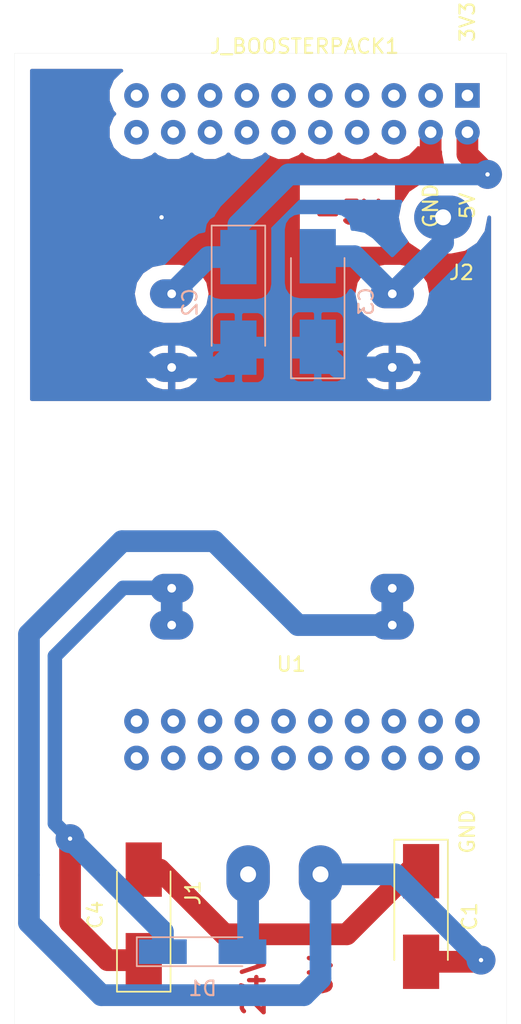
<source format=kicad_pcb>
(kicad_pcb (version 4) (host pcbnew 4.0.6+dfsg1-1)

  (general
    (links 16)
    (no_connects 0)
    (area 84 90.545 120.000001 159.005001)
    (thickness 1.6)
    (drawings 20)
    (tracks 65)
    (zones 0)
    (modules 9)
    (nets 8)
  )

  (page A4)
  (layers
    (0 F.Cu signal)
    (31 B.Cu signal)
    (32 B.Adhes user)
    (33 F.Adhes user)
    (34 B.Paste user)
    (35 F.Paste user)
    (36 B.SilkS user)
    (37 F.SilkS user)
    (38 B.Mask user)
    (39 F.Mask user)
    (40 Dwgs.User user)
    (41 Cmts.User user)
    (42 Eco1.User user)
    (43 Eco2.User user)
    (44 Edge.Cuts user)
    (45 Margin user)
    (46 B.CrtYd user)
    (47 F.CrtYd user)
    (48 B.Fab user)
    (49 F.Fab user)
  )

  (setup
    (last_trace_width 1)
    (user_trace_width 0.3)
    (user_trace_width 1)
    (user_trace_width 1.25)
    (user_trace_width 1.5)
    (user_trace_width 1.75)
    (user_trace_width 2)
    (trace_clearance 0.2)
    (zone_clearance 1)
    (zone_45_only yes)
    (trace_min 0.2)
    (segment_width 0.2)
    (edge_width 0.1)
    (via_size 2)
    (via_drill 0.3)
    (via_min_size 0.4)
    (via_min_drill 0.3)
    (uvia_size 0.3)
    (uvia_drill 0.1)
    (uvias_allowed no)
    (uvia_min_size 0.2)
    (uvia_min_drill 0.1)
    (pcb_text_width 0.3)
    (pcb_text_size 1.5 1.5)
    (mod_edge_width 0.15)
    (mod_text_size 1 1)
    (mod_text_width 0.15)
    (pad_size 1.5 1.5)
    (pad_drill 0.6)
    (pad_to_mask_clearance 0)
    (aux_axis_origin 85 159)
    (grid_origin 85 159)
    (visible_elements FFFFFFFF)
    (pcbplotparams
      (layerselection 0x00400_00000000)
      (usegerberextensions false)
      (excludeedgelayer true)
      (linewidth 0.100000)
      (plotframeref false)
      (viasonmask true)
      (mode 1)
      (useauxorigin true)
      (hpglpennumber 1)
      (hpglpenspeed 20)
      (hpglpendiameter 15)
      (hpglpenoverlay 2)
      (psnegative false)
      (psa4output false)
      (plotreference false)
      (plotvalue false)
      (plotinvisibletext false)
      (padsonsilk false)
      (subtractmaskfromsilk false)
      (outputformat 3)
      (mirror false)
      (drillshape 0)
      (scaleselection 1)
      (outputdirectory "/home/paco/kicad/tivac_power_JCA0224D01/GERBERS/1.-creado desde kicad/"))
  )

  (net 0 "")
  (net 1 +24V)
  (net 2 GNDPWR)
  (net 3 +5V)
  (net 4 GND)
  (net 5 -5V)
  (net 6 "Net-(C1-Pad1)")
  (net 7 "Net-(D1-Pad2)")

  (net_class Default "This is the default net class."
    (clearance 0.2)
    (trace_width 1)
    (via_dia 2)
    (via_drill 0.3)
    (uvia_dia 0.3)
    (uvia_drill 0.1)
    (add_net +24V)
    (add_net +5V)
    (add_net -5V)
    (add_net GND)
    (add_net GNDPWR)
    (add_net "Net-(C1-Pad1)")
    (add_net "Net-(D1-Pad2)")
  )

  (module Capacitors_Tantalum_SMD:CP_Tantalum_Case-C_EIA-6032-28_Hand (layer F.Cu) (tedit 57B6E980) (tstamp 5AA928F3)
    (at 93.93 151.46 90)
    (descr "Tantalum capacitor, Case C, EIA 6032-28, 6.0x3.2x2.5mm, Hand soldering footprint")
    (tags "capacitor tantalum smd")
    (path /5AA92A18)
    (attr smd)
    (fp_text reference C4 (at 0 -3.35 90) (layer F.SilkS)
      (effects (font (size 1 1) (thickness 0.15)))
    )
    (fp_text value 10uF (at 0 3.35 90) (layer F.Fab)
      (effects (font (size 1 1) (thickness 0.15)))
    )
    (fp_line (start -5.4 -2) (end -5.4 2) (layer F.CrtYd) (width 0.05))
    (fp_line (start -5.4 2) (end 5.4 2) (layer F.CrtYd) (width 0.05))
    (fp_line (start 5.4 2) (end 5.4 -2) (layer F.CrtYd) (width 0.05))
    (fp_line (start 5.4 -2) (end -5.4 -2) (layer F.CrtYd) (width 0.05))
    (fp_line (start -3 -1.6) (end -3 1.6) (layer F.Fab) (width 0.1))
    (fp_line (start -3 1.6) (end 3 1.6) (layer F.Fab) (width 0.1))
    (fp_line (start 3 1.6) (end 3 -1.6) (layer F.Fab) (width 0.1))
    (fp_line (start 3 -1.6) (end -3 -1.6) (layer F.Fab) (width 0.1))
    (fp_line (start -2.4 -1.6) (end -2.4 1.6) (layer F.Fab) (width 0.1))
    (fp_line (start -2.1 -1.6) (end -2.1 1.6) (layer F.Fab) (width 0.1))
    (fp_line (start -5.3 -1.85) (end 3 -1.85) (layer F.SilkS) (width 0.12))
    (fp_line (start -5.3 1.85) (end 3 1.85) (layer F.SilkS) (width 0.12))
    (fp_line (start -5.3 -1.85) (end -5.3 1.85) (layer F.SilkS) (width 0.12))
    (pad 1 smd rect (at -3.125 0 90) (size 3.75 2.5) (layers F.Cu F.Paste F.Mask)
      (net 1 +24V))
    (pad 2 smd rect (at 3.125 0 90) (size 3.75 2.5) (layers F.Cu F.Paste F.Mask)
      (net 6 "Net-(C1-Pad1)"))
    (model Capacitors_Tantalum_SMD.3dshapes/CP_Tantalum_Case-C_EIA-6032-28.wrl
      (at (xyz 0 0 0))
      (scale (xyz 1 1 1))
      (rotate (xyz 0 0 0))
    )
  )

  (module tivac:Header_1x1_pitch_5.0mm (layer F.Cu) (tedit 5A8FB6B1) (tstamp 5A8FB82A)
    (at 114.61 103.32 180)
    (path /5A8FB710)
    (fp_text reference J2 (at -1.27 -3.81 180) (layer F.SilkS)
      (effects (font (size 1 1) (thickness 0.15)))
    )
    (fp_text value CONN_01X01 (at 3.25 4.09 180) (layer F.Fab)
      (effects (font (size 1 1) (thickness 0.15)))
    )
    (fp_line (start -4.125 2.5) (end -4.125 -2.5) (layer F.Fab) (width 0.15))
    (fp_line (start 4.125 -2.5) (end 4.125 2.5) (layer F.Fab) (width 0.15))
    (fp_circle (center 0 0) (end 1.25 -1.475) (layer F.Fab) (width 0.15))
    (fp_line (start -4.125 2.5) (end 4.125 2.5) (layer F.Fab) (width 0.15))
    (fp_line (start -4.125 -2.5) (end 4.125 -2.5) (layer F.Fab) (width 0.15))
    (fp_line (start -4.125 -2.5) (end 4.125 -2.5) (layer F.Fab) (width 0.15))
    (fp_line (start -4.125 -2.5) (end 4.125 -2.5) (layer F.Fab) (width 0.15))
    (fp_line (start -4.125 -2.5) (end 4.125 -2.5) (layer F.Fab) (width 0.15))
    (pad 1 thru_hole oval (at 0 0 180) (size 4 3) (drill 1.1) (layers *.Cu *.Mask)
      (net 5 -5V))
  )

  (module tivac:Header_2x1_pitch_5.0mm (layer F.Cu) (tedit 5A8EA414) (tstamp 5A82D158)
    (at 101.14 148.66 90)
    (path /5A81CA3F)
    (fp_text reference J1 (at -1.27 -3.81 90) (layer F.SilkS)
      (effects (font (size 1 1) (thickness 0.15)))
    )
    (fp_text value CONN_01X02 (at 0 8.89 90) (layer F.Fab)
      (effects (font (size 1 1) (thickness 0.15)))
    )
    (fp_circle (center 0 5) (end 1.375 3.55) (layer F.Fab) (width 0.15))
    (fp_circle (center 0 0) (end 1.25 -1.475) (layer F.Fab) (width 0.15))
    (fp_line (start -4.125 2.5) (end 4.125 2.5) (layer F.Fab) (width 0.15))
    (fp_line (start -4.125 -2.5) (end 4.125 -2.5) (layer F.Fab) (width 0.15))
    (fp_line (start -4.125 -2.5) (end -4.125 7.5) (layer F.Fab) (width 0.15))
    (fp_line (start -4.125 7.5) (end 4.125 7.5) (layer F.Fab) (width 0.15))
    (fp_line (start 4.125 -2.5) (end 4.125 7.5) (layer F.Fab) (width 0.15))
    (fp_line (start 4.125 -2.5) (end 4.125 7.5) (layer F.Fab) (width 0.15))
    (fp_line (start -4.125 7.5) (end 4.125 7.5) (layer F.Fab) (width 0.15))
    (fp_line (start -4.125 -2.5) (end -4.125 7.5) (layer F.Fab) (width 0.15))
    (fp_line (start -4.125 -2.5) (end 4.125 -2.5) (layer F.Fab) (width 0.15))
    (fp_line (start -4.125 -2.5) (end 4.125 -2.5) (layer F.Fab) (width 0.15))
    (fp_line (start -4.125 -2.5) (end -4.125 7.5) (layer F.Fab) (width 0.15))
    (fp_line (start -4.125 7.5) (end 4.125 7.5) (layer F.Fab) (width 0.15))
    (fp_line (start 4.125 -2.5) (end 4.125 7.5) (layer F.Fab) (width 0.15))
    (fp_line (start 4.125 -2.5) (end 4.125 7.5) (layer F.Fab) (width 0.15))
    (fp_line (start -4.125 7.5) (end 4.125 7.5) (layer F.Fab) (width 0.15))
    (fp_line (start -4.125 -2.5) (end -4.125 7.5) (layer F.Fab) (width 0.15))
    (fp_line (start -4.125 -2.5) (end 4.125 -2.5) (layer F.Fab) (width 0.15))
    (pad 1 thru_hole oval (at 0 0 90) (size 4 3) (drill 1.1) (layers *.Cu *.Mask)
      (net 7 "Net-(D1-Pad2)"))
    (pad 2 thru_hole oval (at 0 5 90) (size 4 3) (drill 1.1) (layers *.Cu *.Mask)
      (net 2 GNDPWR))
  )

  (module tivac:JCA0224D01 (layer F.Cu) (tedit 5ABA05A0) (tstamp 5A82D168)
    (at 111.1 131.46 180)
    (path /5A8428A6)
    (fp_text reference U1 (at 6.985 -2.7 180) (layer F.SilkS)
      (effects (font (size 1 1) (thickness 0.15)))
    )
    (fp_text value JCA0224D01 (at 1.755 24.98 180) (layer F.Fab)
      (effects (font (size 1 1) (thickness 0.15)))
    )
    (fp_line (start -2.54 -1.27) (end 17.78 -1.27) (layer F.Fab) (width 0.15))
    (fp_line (start 17.78 -1.27) (end 17.78 24.13) (layer F.Fab) (width 0.15))
    (fp_line (start 17.78 24.13) (end -2.54 24.13) (layer F.Fab) (width 0.15))
    (fp_line (start -2.54 24.13) (end -2.54 -1.27) (layer F.Fab) (width 0.15))
    (pad 14 thru_hole oval (at 15.24 22.86 180) (size 3 2) (drill 0.6) (layers *.Cu *.Mask)
      (net 3 +5V))
    (pad 16 thru_hole oval (at 15.24 17.78 180) (size 3 2) (drill 0.6) (layers *.Cu *.Mask)
      (net 4 GND))
    (pad 23 thru_hole oval (at 15.24 0 180) (size 3 2) (drill 0.6) (layers *.Cu *.Mask)
      (net 1 +24V))
    (pad 22 thru_hole oval (at 15.24 2.54 180) (size 3 2) (drill 0.6) (layers *.Cu *.Mask)
      (net 1 +24V))
    (pad 3 thru_hole oval (at 0 2.54 180) (size 3 2) (drill 0.6) (layers *.Cu *.Mask)
      (net 2 GNDPWR))
    (pad 2 thru_hole oval (at 0 0 180) (size 3 2) (drill 0.6) (layers *.Cu *.Mask)
      (net 2 GNDPWR))
    (pad 9 thru_hole oval (at 0 17.78 180) (size 3 2) (drill 0.6) (layers *.Cu *.Mask)
      (net 4 GND))
    (pad 11 thru_hole oval (at 0 22.86 180) (size 3 2) (drill 0.6) (layers *.Cu *.Mask)
      (net 5 -5V))
  )

  (module tivac:TIVA_BOOSTERPACK (layer F.Cu) (tedit 5AB38CDE) (tstamp 5AB3B49B)
    (at 93.43 97.45)
    (descr http://www.farnell.com/datasheets/1520732.pdf)
    (tags "connector multicomp MC9A MC9A12")
    (path /5A841AA4)
    (fp_text reference J_BOOSTERPACK1 (at 11.61 -5.93) (layer F.SilkS)
      (effects (font (size 1 1) (thickness 0.15)))
    )
    (fp_text value CONN_02X20 (at 5.1594 47.5442) (layer F.Fab)
      (effects (font (size 1 1) (thickness 0.15)))
    )
    (fp_text user GND (at 22.86 48.26 90) (layer F.SilkS)
      (effects (font (size 1 1) (thickness 0.15)))
    )
    (fp_text user GND (at 20.32 5.08 90) (layer F.SilkS)
      (effects (font (size 1 1) (thickness 0.15)))
    )
    (fp_text user 5V (at 22.86 5.08 90) (layer F.SilkS)
      (effects (font (size 1 1) (thickness 0.15)))
    )
    (fp_text user 3V3 (at 22.86 -7.62 90) (layer F.SilkS)
      (effects (font (size 1 1) (thickness 0.15)))
    )
    (fp_text user X1 (at -1.7018 3.683) (layer F.Fab)
      (effects (font (size 1 1) (thickness 0.15)))
    )
    (fp_text user X2 (at -1.4478 37.1602) (layer F.Fab)
      (effects (font (size 1 1) (thickness 0.15)))
    )
    (fp_line (start -2.54 38.1) (end -2.54 45.72) (layer F.Fab) (width 0.15))
    (fp_line (start 25.4 38.1) (end -2.54 38.1) (layer F.Fab) (width 0.15))
    (fp_line (start 25.4 45.72) (end 25.4 38.1) (layer F.Fab) (width 0.15))
    (fp_line (start -2.54 45.72) (end 25.4 45.72) (layer F.Fab) (width 0.15))
    (fp_line (start -2.54 2.54) (end 25.4 2.54) (layer F.Fab) (width 0.15))
    (fp_line (start 25.4 2.54) (end 25.4 -5.08) (layer F.Fab) (width 0.15))
    (fp_line (start 25.4 -5.08) (end -2.54 -5.08) (layer F.Fab) (width 0.15))
    (fp_line (start -2.54 -5.08) (end -2.54 2.54) (layer F.Fab) (width 0.15))
    (pad 40 thru_hole circle (at 0 43.18) (size 1.7 1.7) (drill 0.8) (layers *.Cu *.Mask))
    (pad 39 thru_hole circle (at 0 40.64) (size 1.7 1.7) (drill 0.8) (layers *.Cu *.Mask))
    (pad 38 thru_hole circle (at 2.54 43.18) (size 1.7 1.7) (drill 0.8) (layers *.Cu *.Mask))
    (pad 37 thru_hole circle (at 2.54 40.64) (size 1.7 1.7) (drill 0.8) (layers *.Cu *.Mask))
    (pad 36 thru_hole circle (at 5.08 43.18) (size 1.7 1.7) (drill 0.8) (layers *.Cu *.Mask))
    (pad 35 thru_hole circle (at 5.08 40.64) (size 1.7 1.7) (drill 0.8) (layers *.Cu *.Mask))
    (pad 34 thru_hole circle (at 7.62 43.18) (size 1.7 1.7) (drill 0.8) (layers *.Cu *.Mask))
    (pad 33 thru_hole circle (at 7.62 40.64) (size 1.7 1.7) (drill 0.8) (layers *.Cu *.Mask))
    (pad 32 thru_hole circle (at 10.16 43.18) (size 1.7 1.7) (drill 0.8) (layers *.Cu *.Mask))
    (pad 31 thru_hole circle (at 10.16 40.64) (size 1.7 1.7) (drill 0.8) (layers *.Cu *.Mask))
    (pad 30 thru_hole circle (at 12.7 43.18) (size 1.7 1.7) (drill 0.8) (layers *.Cu *.Mask))
    (pad 29 thru_hole circle (at 12.7 40.64) (size 1.7 1.7) (drill 0.8) (layers *.Cu *.Mask))
    (pad 28 thru_hole circle (at 15.24 43.18) (size 1.7 1.7) (drill 0.8) (layers *.Cu *.Mask))
    (pad 27 thru_hole circle (at 15.24 40.64) (size 1.7 1.7) (drill 0.8) (layers *.Cu *.Mask))
    (pad 26 thru_hole circle (at 17.78 43.18) (size 1.7 1.7) (drill 0.8) (layers *.Cu *.Mask))
    (pad 25 thru_hole circle (at 17.78 40.64) (size 1.7 1.7) (drill 0.8) (layers *.Cu *.Mask))
    (pad 24 thru_hole circle (at 20.32 43.18) (size 1.7 1.7) (drill 0.8) (layers *.Cu *.Mask))
    (pad 23 thru_hole circle (at 20.32 40.64) (size 1.7 1.7) (drill 0.8) (layers *.Cu *.Mask))
    (pad 22 thru_hole circle (at 22.86 43.18) (size 1.7 1.7) (drill 0.8) (layers *.Cu *.Mask))
    (pad 21 thru_hole circle (at 22.86 40.64) (size 1.7 1.7) (drill 0.8) (layers *.Cu *.Mask))
    (pad 1 thru_hole rect (at 22.86 -2.54) (size 1.7 1.7) (drill 0.8) (layers *.Cu *.Mask))
    (pad 2 thru_hole circle (at 22.86 0) (size 1.7 1.7) (drill 0.8) (layers *.Cu *.Mask)
      (net 3 +5V))
    (pad 3 thru_hole circle (at 20.32 -2.54) (size 1.7 1.7) (drill 0.8) (layers *.Cu *.Mask))
    (pad 4 thru_hole circle (at 20.32 0) (size 1.7 1.7) (drill 0.8) (layers *.Cu *.Mask)
      (net 4 GND))
    (pad 5 thru_hole circle (at 17.78 -2.54) (size 1.7 1.7) (drill 0.8) (layers *.Cu *.Mask))
    (pad 6 thru_hole circle (at 17.78 0) (size 1.7 1.7) (drill 0.8) (layers *.Cu *.Mask))
    (pad 7 thru_hole circle (at 15.24 -2.54) (size 1.7 1.7) (drill 0.8) (layers *.Cu *.Mask))
    (pad 8 thru_hole circle (at 15.24 0) (size 1.7 1.7) (drill 0.8) (layers *.Cu *.Mask))
    (pad 9 thru_hole circle (at 12.7 -2.54) (size 1.7 1.7) (drill 0.8) (layers *.Cu *.Mask))
    (pad 10 thru_hole circle (at 12.7 0) (size 1.7 1.7) (drill 0.8) (layers *.Cu *.Mask))
    (pad 11 thru_hole circle (at 10.16 -2.54) (size 1.7 1.7) (drill 0.8) (layers *.Cu *.Mask))
    (pad 12 thru_hole circle (at 10.16 0) (size 1.7 1.7) (drill 0.8) (layers *.Cu *.Mask))
    (pad 13 thru_hole circle (at 7.62 -2.54) (size 1.7 1.7) (drill 0.8) (layers *.Cu *.Mask))
    (pad 14 thru_hole circle (at 7.62 0) (size 1.7 1.7) (drill 0.8) (layers *.Cu *.Mask))
    (pad 15 thru_hole circle (at 5.08 -2.54) (size 1.7 1.7) (drill 0.8) (layers *.Cu *.Mask))
    (pad 16 thru_hole circle (at 5.08 0) (size 1.7 1.7) (drill 0.8) (layers *.Cu *.Mask))
    (pad 17 thru_hole circle (at 2.54 -2.54) (size 1.7 1.7) (drill 0.8) (layers *.Cu *.Mask))
    (pad 18 thru_hole circle (at 2.54 0) (size 1.7 1.7) (drill 0.8) (layers *.Cu *.Mask))
    (pad 19 thru_hole circle (at 0 -2.54) (size 1.7 1.7) (drill 0.8) (layers *.Cu *.Mask))
    (pad 20 thru_hole circle (at 0 0) (size 1.7 1.7) (drill 0.8) (layers *.Cu *.Mask))
  )

  (module Capacitors_Tantalum_SMD:CP_Tantalum_Case-C_EIA-6032-28_Hand (layer F.Cu) (tedit 57B6E980) (tstamp 5ABB5A32)
    (at 113.09 151.57 270)
    (descr "Tantalum capacitor, Case C, EIA 6032-28, 6.0x3.2x2.5mm, Hand soldering footprint")
    (tags "capacitor tantalum smd")
    (path /5A81CCC0)
    (attr smd)
    (fp_text reference C1 (at 0 -3.35 270) (layer F.SilkS)
      (effects (font (size 1 1) (thickness 0.15)))
    )
    (fp_text value 10uF (at 0 3.35 270) (layer F.Fab)
      (effects (font (size 1 1) (thickness 0.15)))
    )
    (fp_line (start -5.4 -2) (end -5.4 2) (layer F.CrtYd) (width 0.05))
    (fp_line (start -5.4 2) (end 5.4 2) (layer F.CrtYd) (width 0.05))
    (fp_line (start 5.4 2) (end 5.4 -2) (layer F.CrtYd) (width 0.05))
    (fp_line (start 5.4 -2) (end -5.4 -2) (layer F.CrtYd) (width 0.05))
    (fp_line (start -3 -1.6) (end -3 1.6) (layer F.Fab) (width 0.1))
    (fp_line (start -3 1.6) (end 3 1.6) (layer F.Fab) (width 0.1))
    (fp_line (start 3 1.6) (end 3 -1.6) (layer F.Fab) (width 0.1))
    (fp_line (start 3 -1.6) (end -3 -1.6) (layer F.Fab) (width 0.1))
    (fp_line (start -2.4 -1.6) (end -2.4 1.6) (layer F.Fab) (width 0.1))
    (fp_line (start -2.1 -1.6) (end -2.1 1.6) (layer F.Fab) (width 0.1))
    (fp_line (start -5.3 -1.85) (end 3 -1.85) (layer F.SilkS) (width 0.12))
    (fp_line (start -5.3 1.85) (end 3 1.85) (layer F.SilkS) (width 0.12))
    (fp_line (start -5.3 -1.85) (end -5.3 1.85) (layer F.SilkS) (width 0.12))
    (pad 1 smd rect (at -3.125 0 270) (size 3.75 2.5) (layers F.Cu F.Paste F.Mask)
      (net 6 "Net-(C1-Pad1)"))
    (pad 2 smd rect (at 3.125 0 270) (size 3.75 2.5) (layers F.Cu F.Paste F.Mask)
      (net 2 GNDPWR))
    (model Capacitors_Tantalum_SMD.3dshapes/CP_Tantalum_Case-C_EIA-6032-28.wrl
      (at (xyz 0 0 0))
      (scale (xyz 1 1 1))
      (rotate (xyz 0 0 0))
    )
  )

  (module Capacitors_Tantalum_SMD:CP_Tantalum_Case-C_EIA-6032-28_Hand (layer B.Cu) (tedit 57B6E980) (tstamp 5ABB5A37)
    (at 100.47 109.19 270)
    (descr "Tantalum capacitor, Case C, EIA 6032-28, 6.0x3.2x2.5mm, Hand soldering footprint")
    (tags "capacitor tantalum smd")
    (path /5A81CD45)
    (attr smd)
    (fp_text reference C2 (at 0 3.35 270) (layer B.SilkS)
      (effects (font (size 1 1) (thickness 0.15)) (justify mirror))
    )
    (fp_text value 10uF (at 0 -3.35 270) (layer B.Fab)
      (effects (font (size 1 1) (thickness 0.15)) (justify mirror))
    )
    (fp_line (start -5.4 2) (end -5.4 -2) (layer B.CrtYd) (width 0.05))
    (fp_line (start -5.4 -2) (end 5.4 -2) (layer B.CrtYd) (width 0.05))
    (fp_line (start 5.4 -2) (end 5.4 2) (layer B.CrtYd) (width 0.05))
    (fp_line (start 5.4 2) (end -5.4 2) (layer B.CrtYd) (width 0.05))
    (fp_line (start -3 1.6) (end -3 -1.6) (layer B.Fab) (width 0.1))
    (fp_line (start -3 -1.6) (end 3 -1.6) (layer B.Fab) (width 0.1))
    (fp_line (start 3 -1.6) (end 3 1.6) (layer B.Fab) (width 0.1))
    (fp_line (start 3 1.6) (end -3 1.6) (layer B.Fab) (width 0.1))
    (fp_line (start -2.4 1.6) (end -2.4 -1.6) (layer B.Fab) (width 0.1))
    (fp_line (start -2.1 1.6) (end -2.1 -1.6) (layer B.Fab) (width 0.1))
    (fp_line (start -5.3 1.85) (end 3 1.85) (layer B.SilkS) (width 0.12))
    (fp_line (start -5.3 -1.85) (end 3 -1.85) (layer B.SilkS) (width 0.12))
    (fp_line (start -5.3 1.85) (end -5.3 -1.85) (layer B.SilkS) (width 0.12))
    (pad 1 smd rect (at -3.125 0 270) (size 3.75 2.5) (layers B.Cu B.Paste B.Mask)
      (net 3 +5V))
    (pad 2 smd rect (at 3.125 0 270) (size 3.75 2.5) (layers B.Cu B.Paste B.Mask)
      (net 4 GND))
    (model Capacitors_Tantalum_SMD.3dshapes/CP_Tantalum_Case-C_EIA-6032-28.wrl
      (at (xyz 0 0 0))
      (scale (xyz 1 1 1))
      (rotate (xyz 0 0 0))
    )
  )

  (module Capacitors_Tantalum_SMD:CP_Tantalum_Case-C_EIA-6032-28_Hand (layer B.Cu) (tedit 57B6E980) (tstamp 5ABB5A3C)
    (at 105.95 109.13 90)
    (descr "Tantalum capacitor, Case C, EIA 6032-28, 6.0x3.2x2.5mm, Hand soldering footprint")
    (tags "capacitor tantalum smd")
    (path /5A81CD88)
    (attr smd)
    (fp_text reference C3 (at 0 3.35 90) (layer B.SilkS)
      (effects (font (size 1 1) (thickness 0.15)) (justify mirror))
    )
    (fp_text value 10uF (at 0 -3.35 90) (layer B.Fab)
      (effects (font (size 1 1) (thickness 0.15)) (justify mirror))
    )
    (fp_line (start -5.4 2) (end -5.4 -2) (layer B.CrtYd) (width 0.05))
    (fp_line (start -5.4 -2) (end 5.4 -2) (layer B.CrtYd) (width 0.05))
    (fp_line (start 5.4 -2) (end 5.4 2) (layer B.CrtYd) (width 0.05))
    (fp_line (start 5.4 2) (end -5.4 2) (layer B.CrtYd) (width 0.05))
    (fp_line (start -3 1.6) (end -3 -1.6) (layer B.Fab) (width 0.1))
    (fp_line (start -3 -1.6) (end 3 -1.6) (layer B.Fab) (width 0.1))
    (fp_line (start 3 -1.6) (end 3 1.6) (layer B.Fab) (width 0.1))
    (fp_line (start 3 1.6) (end -3 1.6) (layer B.Fab) (width 0.1))
    (fp_line (start -2.4 1.6) (end -2.4 -1.6) (layer B.Fab) (width 0.1))
    (fp_line (start -2.1 1.6) (end -2.1 -1.6) (layer B.Fab) (width 0.1))
    (fp_line (start -5.3 1.85) (end 3 1.85) (layer B.SilkS) (width 0.12))
    (fp_line (start -5.3 -1.85) (end 3 -1.85) (layer B.SilkS) (width 0.12))
    (fp_line (start -5.3 1.85) (end -5.3 -1.85) (layer B.SilkS) (width 0.12))
    (pad 1 smd rect (at -3.125 0 90) (size 3.75 2.5) (layers B.Cu B.Paste B.Mask)
      (net 4 GND))
    (pad 2 smd rect (at 3.125 0 90) (size 3.75 2.5) (layers B.Cu B.Paste B.Mask)
      (net 5 -5V))
    (model Capacitors_Tantalum_SMD.3dshapes/CP_Tantalum_Case-C_EIA-6032-28.wrl
      (at (xyz 0 0 0))
      (scale (xyz 1 1 1))
      (rotate (xyz 0 0 0))
    )
  )

  (module Diodes_SMD:D_MiniMELF_Handsoldering (layer B.Cu) (tedit 586459CA) (tstamp 5ABB5AA5)
    (at 98 154)
    (descr "Diode Mini-MELF Handsoldering")
    (tags "Diode Mini-MELF Handsoldering")
    (path /5ABB59B6)
    (attr smd)
    (fp_text reference D1 (at 0 2.54) (layer B.SilkS)
      (effects (font (size 1 1) (thickness 0.15)) (justify mirror))
    )
    (fp_text value D (at 0 -3.81) (layer B.Fab)
      (effects (font (size 1 1) (thickness 0.15)) (justify mirror))
    )
    (fp_line (start 2.75 1) (end -4.55 1) (layer B.SilkS) (width 0.12))
    (fp_line (start -4.55 1) (end -4.55 -1) (layer B.SilkS) (width 0.12))
    (fp_line (start -4.55 -1) (end 2.75 -1) (layer B.SilkS) (width 0.12))
    (fp_line (start 1.65 0.8) (end 1.65 -0.8) (layer B.Fab) (width 0.1))
    (fp_line (start 1.65 -0.8) (end -1.65 -0.8) (layer B.Fab) (width 0.1))
    (fp_line (start -1.65 -0.8) (end -1.65 0.8) (layer B.Fab) (width 0.1))
    (fp_line (start -1.65 0.8) (end 1.65 0.8) (layer B.Fab) (width 0.1))
    (fp_line (start 0.25 0) (end 0.75 0) (layer B.Fab) (width 0.1))
    (fp_line (start 0.25 -0.4) (end -0.35 0) (layer B.Fab) (width 0.1))
    (fp_line (start 0.25 0.4) (end 0.25 -0.4) (layer B.Fab) (width 0.1))
    (fp_line (start -0.35 0) (end 0.25 0.4) (layer B.Fab) (width 0.1))
    (fp_line (start -0.35 0) (end -0.35 -0.55) (layer B.Fab) (width 0.1))
    (fp_line (start -0.35 0) (end -0.35 0.55) (layer B.Fab) (width 0.1))
    (fp_line (start -0.75 0) (end -0.35 0) (layer B.Fab) (width 0.1))
    (fp_line (start -4.65 1.1) (end 4.65 1.1) (layer B.CrtYd) (width 0.05))
    (fp_line (start 4.65 1.1) (end 4.65 -1.1) (layer B.CrtYd) (width 0.05))
    (fp_line (start 4.65 -1.1) (end -4.65 -1.1) (layer B.CrtYd) (width 0.05))
    (fp_line (start -4.65 -1.1) (end -4.65 1.1) (layer B.CrtYd) (width 0.05))
    (pad 1 smd rect (at -2.75 0) (size 3.3 1.7) (layers B.Cu B.Paste B.Mask)
      (net 1 +24V))
    (pad 2 smd rect (at 2.75 0) (size 3.3 1.7) (layers B.Cu B.Paste B.Mask)
      (net 7 "Net-(D1-Pad2)"))
    (model Diodes_SMD.3dshapes/D_MiniMELF_Handsoldering.wrl
      (at (xyz 0 0 0))
      (scale (xyz 0.3937 0.3937 0.3937))
      (rotate (xyz 0 0 180))
    )
  )

  (gr_circle (center 116.29 94.91) (end 116.63 95.05) (layer Eco1.User) (width 0.01))
  (gr_circle (center 93.43 140.63) (end 93.8 140.68) (layer Eco1.User) (width 0.01))
  (gr_line (start 85 152.22) (end 91.77 158.99) (angle 90) (layer Eco1.User) (width 0.01))
  (gr_line (start 85 159) (end 85 152.22) (angle 90) (layer Eco1.User) (width 0.01))
  (gr_line (start 85 159) (end 91.77 159) (angle 90) (layer Eco1.User) (width 0.01))
  (gr_line (start 119 94.21) (end 119 94.54) (angle 90) (layer Eco1.User) (width 0.01))
  (gr_line (start 116.46 92) (end 119 94.54) (angle 90) (layer Eco1.User) (width 0.01))
  (gr_line (start 119 92) (end 119 94.21) (angle 90) (layer Eco1.User) (width 0.01))
  (gr_line (start 116.46 92) (end 119 92) (angle 90) (layer Eco1.User) (width 0.01))
  (gr_line (start 85 92) (end 85 159) (angle 90) (layer Edge.Cuts) (width 0.01))
  (gr_line (start 119 92) (end 85 92) (angle 90) (layer Edge.Cuts) (width 0.01))
  (gr_line (start 119 159) (end 119 92) (angle 90) (layer Edge.Cuts) (width 0.01))
  (gr_line (start 85 159) (end 119 159) (angle 90) (layer Edge.Cuts) (width 0.01))
  (gr_text 0V (at 106.16 155.65 90) (layer F.Cu)
    (effects (font (size 1.5 1.5) (thickness 0.3)))
  )
  (gr_text 24V (at 101.53 156.32 90) (layer F.Cu)
    (effects (font (size 1.5 1.5) (thickness 0.3)))
  )
  (gr_text -5V (at 108 103) (layer F.Cu)
    (effects (font (size 1.5 1.5) (thickness 0.3)))
  )
  (gr_line (start 85 159) (end 85 92) (angle 90) (layer Edge.Cuts) (width 0.0001))
  (gr_line (start 119 159) (end 85 159) (angle 90) (layer Edge.Cuts) (width 0.0001))
  (gr_line (start 119 92) (end 119 159) (angle 90) (layer Edge.Cuts) (width 0.0001))
  (gr_line (start 85 92) (end 119 92) (angle 90) (layer Edge.Cuts) (width 0.0001))

  (segment (start 95.25 154) (end 95.25 152.61) (width 1.5) (layer B.Cu) (net 1))
  (segment (start 95.25 152.61) (end 88.84 146.2) (width 1.5) (layer B.Cu) (net 1) (tstamp 5ABB5B68))
  (segment (start 95.86 128.92) (end 95.83 128.89) (width 1) (layer B.Cu) (net 1))
  (segment (start 95.83 128.89) (end 92.5 128.89) (width 1) (layer B.Cu) (net 1) (tstamp 5AB3BBC8))
  (segment (start 87.79 145.15) (end 88.84 146.2) (width 1) (layer B.Cu) (net 1) (tstamp 5AB3BBF0))
  (segment (start 87.79 133.6) (end 87.79 145.15) (width 1) (layer B.Cu) (net 1) (tstamp 5AB3BBE2))
  (segment (start 92.5 128.89) (end 87.79 133.6) (width 1) (layer B.Cu) (net 1) (tstamp 5AB3BBDE))
  (segment (start 93.93 154.585) (end 91.445 154.585) (width 1.5) (layer F.Cu) (net 1))
  (segment (start 88.88 146.24) (end 88.9 146.24) (width 1.5) (layer B.Cu) (net 1) (tstamp 5AB3B613))
  (segment (start 88.84 146.2) (end 88.88 146.24) (width 1.5) (layer B.Cu) (net 1) (tstamp 5AB3B612))
  (via (at 88.84 146.2) (size 2) (drill 0.3) (layers F.Cu B.Cu) (net 1))
  (segment (start 88.84 151.98) (end 88.84 146.2) (width 1.5) (layer F.Cu) (net 1) (tstamp 5AB3B610))
  (segment (start 91.445 154.585) (end 88.84 151.98) (width 1.5) (layer F.Cu) (net 1) (tstamp 5AB3B60F))
  (segment (start 95.86 128.92) (end 95.86 131.46) (width 1.5) (layer B.Cu) (net 1))
  (segment (start 106.14 148.66) (end 111.31 148.66) (width 1.5) (layer B.Cu) (net 2))
  (segment (start 111.31 148.66) (end 117.23 154.58) (width 1.5) (layer B.Cu) (net 2) (tstamp 5ABB5B98))
  (segment (start 117.115 154.695) (end 113.09 154.695) (width 1.5) (layer F.Cu) (net 2) (tstamp 5AB3B60A))
  (segment (start 117.23 154.58) (end 117.115 154.695) (width 1.5) (layer F.Cu) (net 2) (tstamp 5AB3B609))
  (via (at 117.23 154.58) (size 2) (drill 0.3) (layers F.Cu B.Cu) (net 2))
  (segment (start 86 148.7) (end 86 152) (width 1.5) (layer B.Cu) (net 2))
  (segment (start 86 148.7) (end 86 132.1) (width 1.5) (layer B.Cu) (net 2) (tstamp 5AB8D23F))
  (segment (start 86 132.1) (end 92.43 125.67) (width 1.5) (layer B.Cu) (net 2) (tstamp 5AB8D245))
  (segment (start 92.43 125.67) (end 98.79 125.67) (width 1.5) (layer B.Cu) (net 2) (tstamp 5AB8D24C))
  (segment (start 98.79 125.67) (end 104.58 131.46) (width 1.5) (layer B.Cu) (net 2) (tstamp 5AB8D24E))
  (segment (start 111.1 131.46) (end 104.58 131.46) (width 1.5) (layer B.Cu) (net 2) (tstamp 5AB8D24F))
  (segment (start 106.14 155.86) (end 106.14 148.66) (width 1.5) (layer B.Cu) (net 2) (tstamp 5ABB5B85))
  (segment (start 105 157) (end 106.14 155.86) (width 1.5) (layer B.Cu) (net 2) (tstamp 5ABB5B83))
  (segment (start 91 157) (end 105 157) (width 1.5) (layer B.Cu) (net 2) (tstamp 5ABB5B7F))
  (segment (start 86 152) (end 91 157) (width 1.5) (layer B.Cu) (net 2) (tstamp 5ABB5B7C))
  (segment (start 111.1 131.46) (end 111.1 128.92) (width 1.5) (layer B.Cu) (net 2))
  (segment (start 100.47 103.83) (end 100.47 106.065) (width 1.5) (layer B.Cu) (net 3) (tstamp 5AB8D1DA))
  (segment (start 103.94 100.36) (end 100.47 103.83) (width 1.5) (layer B.Cu) (net 3) (tstamp 5AB8D1D5))
  (segment (start 117.68 100.36) (end 103.94 100.36) (width 1.5) (layer B.Cu) (net 3) (tstamp 5AB8D1D4))
  (via (at 117.68 100.36) (size 2) (drill 0.3) (layers F.Cu B.Cu) (net 3))
  (segment (start 116.29 98.97) (end 117.68 100.36) (width 1.5) (layer F.Cu) (net 3) (tstamp 5AB8D1C6))
  (segment (start 116.29 97.45) (end 116.29 98.97) (width 1.5) (layer F.Cu) (net 3))
  (segment (start 98.395 106.065) (end 95.86 108.6) (width 1.5) (layer B.Cu) (net 3) (tstamp 5AB8C600))
  (segment (start 100.47 106.065) (end 98.395 106.065) (width 1.5) (layer B.Cu) (net 3))
  (segment (start 94.29 113.68) (end 95.86 113.68) (width 1.5) (layer B.Cu) (net 4) (tstamp 5AB8D1BA))
  (segment (start 91.81 111.2) (end 94.29 113.68) (width 1.5) (layer B.Cu) (net 4) (tstamp 5AB8D1B8))
  (segment (start 91.81 106.67) (end 91.81 111.2) (width 1.5) (layer B.Cu) (net 4) (tstamp 5AB8D1B7))
  (segment (start 95.16 103.32) (end 91.81 106.67) (width 1.5) (layer B.Cu) (net 4) (tstamp 5AB8D1B6))
  (via (at 95.16 103.32) (size 2) (drill 0.3) (layers F.Cu B.Cu) (net 4))
  (segment (start 98.12 100.36) (end 95.16 103.32) (width 1.5) (layer F.Cu) (net 4) (tstamp 5AB8D1AC))
  (segment (start 112.12 100.36) (end 98.12 100.36) (width 1.5) (layer F.Cu) (net 4) (tstamp 5AB8D1A9))
  (segment (start 113.75 98.73) (end 112.12 100.36) (width 1.5) (layer F.Cu) (net 4) (tstamp 5AB8D19F))
  (segment (start 113.75 97.45) (end 113.75 98.73) (width 1.5) (layer F.Cu) (net 4))
  (segment (start 100.47 112.315) (end 105.89 112.315) (width 1.5) (layer B.Cu) (net 4))
  (segment (start 105.89 112.315) (end 105.95 112.255) (width 1.5) (layer B.Cu) (net 4) (tstamp 5AB8C5FD))
  (segment (start 95.86 113.68) (end 99.105 113.68) (width 1.5) (layer B.Cu) (net 4))
  (segment (start 99.105 113.68) (end 100.47 112.315) (width 1.5) (layer B.Cu) (net 4) (tstamp 5AB8C5FA))
  (segment (start 111.1 113.68) (end 107.375 113.68) (width 1.5) (layer B.Cu) (net 4))
  (segment (start 107.375 113.68) (end 105.95 112.255) (width 1.5) (layer B.Cu) (net 4) (tstamp 5AB8C5F6))
  (segment (start 105.95 106.005) (end 108.505 106.005) (width 1.5) (layer B.Cu) (net 5))
  (segment (start 108.505 106.005) (end 111.1 108.6) (width 1.5) (layer B.Cu) (net 5) (tstamp 5AB8C5EF))
  (segment (start 114.61 103.32) (end 114.61 105.09) (width 1.5) (layer B.Cu) (net 5))
  (segment (start 114.61 105.09) (end 111.1 108.6) (width 1.5) (layer B.Cu) (net 5) (tstamp 5AB8C5E5))
  (segment (start 111.1 108.6) (end 111.15 108.55) (width 1.5) (layer B.Cu) (net 5))
  (segment (start 113.09 148.445) (end 112.305 148.445) (width 1.5) (layer F.Cu) (net 6))
  (segment (start 112.305 148.445) (end 107.95 152.8) (width 1.5) (layer F.Cu) (net 6) (tstamp 5AB3B61F))
  (segment (start 107.95 152.8) (end 99.5 152.8) (width 1.5) (layer F.Cu) (net 6) (tstamp 5AB3B620))
  (segment (start 99.5 152.8) (end 95.035 148.335) (width 1.5) (layer F.Cu) (net 6) (tstamp 5AB3B621))
  (segment (start 95.035 148.335) (end 93.93 148.335) (width 1.5) (layer F.Cu) (net 6) (tstamp 5AB3B622))
  (segment (start 101.14 148.66) (end 101.14 153.61) (width 1.5) (layer B.Cu) (net 7))
  (segment (start 101.14 153.61) (end 100.75 154) (width 1.5) (layer B.Cu) (net 7) (tstamp 5ABB5B65))

  (zone (net 4) (net_name GND) (layer F.Cu) (tstamp 5AB8D314) (hatch edge 0.508)
    (connect_pads (clearance 1))
    (min_thickness 0.254)
    (fill yes (arc_segments 16) (thermal_gap 0.508) (thermal_bridge_width 0.508))
    (polygon
      (pts
        (xy 84 91) (xy 120 91) (xy 120 116) (xy 84 116) (xy 84 112)
      )
    )
    (filled_polygon
      (pts
        (xy 92.311582 93.233003) (xy 91.754958 93.788657) (xy 91.453344 94.515025) (xy 91.452657 95.301524) (xy 91.753003 96.028418)
        (xy 91.904098 96.179777) (xy 91.754958 96.328657) (xy 91.453344 97.055025) (xy 91.452657 97.841524) (xy 91.753003 98.568418)
        (xy 92.308657 99.125042) (xy 93.035025 99.426656) (xy 93.821524 99.427343) (xy 94.548418 99.126997) (xy 94.699777 98.975902)
        (xy 94.848657 99.125042) (xy 95.575025 99.426656) (xy 96.361524 99.427343) (xy 97.088418 99.126997) (xy 97.239777 98.975902)
        (xy 97.388657 99.125042) (xy 98.115025 99.426656) (xy 98.901524 99.427343) (xy 99.628418 99.126997) (xy 99.779777 98.975902)
        (xy 99.928657 99.125042) (xy 100.655025 99.426656) (xy 101.441524 99.427343) (xy 102.168418 99.126997) (xy 102.319777 98.975902)
        (xy 102.468657 99.125042) (xy 103.195025 99.426656) (xy 103.981524 99.427343) (xy 104.708418 99.126997) (xy 104.859777 98.975902)
        (xy 105.008657 99.125042) (xy 105.735025 99.426656) (xy 106.521524 99.427343) (xy 107.248418 99.126997) (xy 107.399777 98.975902)
        (xy 107.548657 99.125042) (xy 108.275025 99.426656) (xy 109.061524 99.427343) (xy 109.788418 99.126997) (xy 109.939777 98.975902)
        (xy 110.088657 99.125042) (xy 110.815025 99.426656) (xy 111.601524 99.427343) (xy 112.328418 99.126997) (xy 112.885042 98.571343)
        (xy 112.899355 98.536873) (xy 112.96592 98.745259) (xy 113.521279 98.946718) (xy 114.111458 98.920315) (xy 114.413 98.795412)
        (xy 114.413 98.97) (xy 114.503971 99.427343) (xy 114.555878 99.688297) (xy 114.962761 100.297239) (xy 115.405019 100.739497)
        (xy 115.171262 100.693) (xy 114.048738 100.693) (xy 113.043429 100.892968) (xy 112.191168 101.46243) (xy 111.621706 102.314691)
        (xy 111.421738 103.32) (xy 111.621706 104.325309) (xy 112.191168 105.17757) (xy 113.043429 105.747032) (xy 114.048738 105.947)
        (xy 115.171262 105.947) (xy 116.176571 105.747032) (xy 117.028832 105.17757) (xy 117.598294 104.325309) (xy 117.798 103.321317)
        (xy 117.798 115.873) (xy 86.202 115.873) (xy 86.202 114.060434) (xy 93.769876 114.060434) (xy 93.800856 114.188355)
        (xy 94.114078 114.746317) (xy 94.61698 115.141942) (xy 95.233 115.315) (xy 95.733 115.315) (xy 95.733 113.807)
        (xy 95.987 113.807) (xy 95.987 115.315) (xy 96.487 115.315) (xy 97.10302 115.141942) (xy 97.605922 114.746317)
        (xy 97.919144 114.188355) (xy 97.950124 114.060434) (xy 109.009876 114.060434) (xy 109.040856 114.188355) (xy 109.354078 114.746317)
        (xy 109.85698 115.141942) (xy 110.473 115.315) (xy 110.973 115.315) (xy 110.973 113.807) (xy 111.227 113.807)
        (xy 111.227 115.315) (xy 111.727 115.315) (xy 112.34302 115.141942) (xy 112.845922 114.746317) (xy 113.159144 114.188355)
        (xy 113.190124 114.060434) (xy 113.070777 113.807) (xy 111.227 113.807) (xy 110.973 113.807) (xy 109.129223 113.807)
        (xy 109.009876 114.060434) (xy 97.950124 114.060434) (xy 97.830777 113.807) (xy 95.987 113.807) (xy 95.733 113.807)
        (xy 93.889223 113.807) (xy 93.769876 114.060434) (xy 86.202 114.060434) (xy 86.202 113.299566) (xy 93.769876 113.299566)
        (xy 93.889223 113.553) (xy 95.733 113.553) (xy 95.733 112.045) (xy 95.987 112.045) (xy 95.987 113.553)
        (xy 97.830777 113.553) (xy 97.950124 113.299566) (xy 109.009876 113.299566) (xy 109.129223 113.553) (xy 110.973 113.553)
        (xy 110.973 112.045) (xy 111.227 112.045) (xy 111.227 113.553) (xy 113.070777 113.553) (xy 113.190124 113.299566)
        (xy 113.159144 113.171645) (xy 112.845922 112.613683) (xy 112.34302 112.218058) (xy 111.727 112.045) (xy 111.227 112.045)
        (xy 110.973 112.045) (xy 110.473 112.045) (xy 109.85698 112.218058) (xy 109.354078 112.613683) (xy 109.040856 113.171645)
        (xy 109.009876 113.299566) (xy 97.950124 113.299566) (xy 97.919144 113.171645) (xy 97.605922 112.613683) (xy 97.10302 112.218058)
        (xy 96.487 112.045) (xy 95.987 112.045) (xy 95.733 112.045) (xy 95.233 112.045) (xy 94.61698 112.218058)
        (xy 94.114078 112.613683) (xy 93.800856 113.171645) (xy 93.769876 113.299566) (xy 86.202 113.299566) (xy 86.202 108.6)
        (xy 93.181534 108.6) (xy 93.343442 109.413968) (xy 93.804518 110.104016) (xy 94.494566 110.565092) (xy 95.308534 110.727)
        (xy 96.411466 110.727) (xy 97.225434 110.565092) (xy 97.915482 110.104016) (xy 98.376558 109.413968) (xy 98.538466 108.6)
        (xy 108.421534 108.6) (xy 108.583442 109.413968) (xy 109.044518 110.104016) (xy 109.734566 110.565092) (xy 110.548534 110.727)
        (xy 111.651466 110.727) (xy 112.465434 110.565092) (xy 113.155482 110.104016) (xy 113.616558 109.413968) (xy 113.778466 108.6)
        (xy 113.616558 107.786032) (xy 113.155482 107.095984) (xy 112.465434 106.634908) (xy 111.651466 106.473) (xy 110.548534 106.473)
        (xy 109.734566 106.634908) (xy 109.044518 107.095984) (xy 108.583442 107.786032) (xy 108.421534 108.6) (xy 98.538466 108.6)
        (xy 98.376558 107.786032) (xy 97.915482 107.095984) (xy 97.225434 106.634908) (xy 96.411466 106.473) (xy 95.308534 106.473)
        (xy 94.494566 106.634908) (xy 93.804518 107.095984) (xy 93.343442 107.786032) (xy 93.181534 108.6) (xy 86.202 108.6)
        (xy 86.202 100.673) (xy 104.587286 100.673) (xy 104.587286 105.477) (xy 111.412714 105.477) (xy 111.412714 100.673)
        (xy 104.587286 100.673) (xy 86.202 100.673) (xy 86.202 93.202) (xy 92.386615 93.202)
      )
    )
    (filled_polygon
      (pts
        (xy 113.943748 97.435858) (xy 113.929605 97.45) (xy 113.943748 97.464143) (xy 113.764143 97.643748) (xy 113.75 97.629605)
        (xy 113.735858 97.643748) (xy 113.556253 97.464143) (xy 113.570395 97.45) (xy 113.556253 97.435858) (xy 113.735858 97.256253)
        (xy 113.75 97.270395) (xy 113.764143 97.256253)
      )
    )
  )
  (zone (net 4) (net_name GND) (layer B.Cu) (tstamp 5AB8D345) (hatch edge 0.508)
    (connect_pads (clearance 1))
    (min_thickness 0.254)
    (fill yes (arc_segments 16) (thermal_gap 0.508) (thermal_bridge_width 0.508))
    (polygon
      (pts
        (xy 84 91) (xy 84 116) (xy 120 116) (xy 120 91)
      )
    )
    (filled_polygon
      (pts
        (xy 92.311582 93.233003) (xy 91.754958 93.788657) (xy 91.453344 94.515025) (xy 91.452657 95.301524) (xy 91.753003 96.028418)
        (xy 91.904098 96.179777) (xy 91.754958 96.328657) (xy 91.453344 97.055025) (xy 91.452657 97.841524) (xy 91.753003 98.568418)
        (xy 92.308657 99.125042) (xy 93.035025 99.426656) (xy 93.821524 99.427343) (xy 94.548418 99.126997) (xy 94.699777 98.975902)
        (xy 94.848657 99.125042) (xy 95.575025 99.426656) (xy 96.361524 99.427343) (xy 97.088418 99.126997) (xy 97.239777 98.975902)
        (xy 97.388657 99.125042) (xy 98.115025 99.426656) (xy 98.901524 99.427343) (xy 99.628418 99.126997) (xy 99.779777 98.975902)
        (xy 99.928657 99.125042) (xy 100.655025 99.426656) (xy 101.441524 99.427343) (xy 102.168418 99.126997) (xy 102.319777 98.975902)
        (xy 102.468657 99.125042) (xy 102.505275 99.140247) (xy 99.142761 102.502761) (xy 98.735878 103.111703) (xy 98.72434 103.16971)
        (xy 98.418781 103.366331) (xy 98.161452 103.742944) (xy 98.070921 104.19) (xy 98.070921 104.252463) (xy 97.7047 104.325309)
        (xy 97.676703 104.330878) (xy 97.06776 104.737761) (xy 95.332522 106.473) (xy 95.308534 106.473) (xy 94.494566 106.634908)
        (xy 93.804518 107.095984) (xy 93.343442 107.786032) (xy 93.181534 108.6) (xy 93.343442 109.413968) (xy 93.804518 110.104016)
        (xy 94.494566 110.565092) (xy 95.308534 110.727) (xy 96.411466 110.727) (xy 97.225434 110.565092) (xy 97.601681 110.313691)
        (xy 98.585 110.313691) (xy 98.585 112.02925) (xy 98.74375 112.188) (xy 100.343 112.188) (xy 100.343 109.96375)
        (xy 100.597 109.96375) (xy 100.597 112.188) (xy 102.19625 112.188) (xy 102.355 112.02925) (xy 102.355 110.313691)
        (xy 102.330148 110.253691) (xy 104.065 110.253691) (xy 104.065 111.96925) (xy 104.22375 112.128) (xy 105.823 112.128)
        (xy 105.823 109.90375) (xy 106.077 109.90375) (xy 106.077 112.128) (xy 107.67625 112.128) (xy 107.835 111.96925)
        (xy 107.835 110.253691) (xy 107.738327 110.020302) (xy 107.559699 109.841673) (xy 107.32631 109.745) (xy 106.23575 109.745)
        (xy 106.077 109.90375) (xy 105.823 109.90375) (xy 105.66425 109.745) (xy 104.57369 109.745) (xy 104.340301 109.841673)
        (xy 104.161673 110.020302) (xy 104.065 110.253691) (xy 102.330148 110.253691) (xy 102.258327 110.080302) (xy 102.079699 109.901673)
        (xy 101.84631 109.805) (xy 100.75575 109.805) (xy 100.597 109.96375) (xy 100.343 109.96375) (xy 100.18425 109.805)
        (xy 99.09369 109.805) (xy 98.860301 109.901673) (xy 98.681673 110.080302) (xy 98.585 110.313691) (xy 97.601681 110.313691)
        (xy 97.915482 110.104016) (xy 98.376558 109.413968) (xy 98.49673 108.809819) (xy 98.772944 108.998548) (xy 99.22 109.089079)
        (xy 101.72 109.089079) (xy 102.137641 109.010494) (xy 102.521219 108.763669) (xy 102.778548 108.387056) (xy 102.869079 107.94)
        (xy 102.869079 104.19) (xy 102.852514 104.101964) (xy 104.717478 102.237) (xy 111.673617 102.237) (xy 111.621706 102.314691)
        (xy 111.421738 103.32) (xy 111.621706 104.325309) (xy 112.061706 104.983816) (xy 111.1 105.945522) (xy 109.832239 104.677761)
        (xy 109.223297 104.270878) (xy 108.505 104.128) (xy 108.348703 104.128) (xy 108.270494 103.712359) (xy 108.023669 103.328781)
        (xy 107.647056 103.071452) (xy 107.2 102.980921) (xy 104.7 102.980921) (xy 104.282359 103.059506) (xy 103.898781 103.306331)
        (xy 103.641452 103.682944) (xy 103.550921 104.13) (xy 103.550921 107.88) (xy 103.629506 108.297641) (xy 103.876331 108.681219)
        (xy 104.252944 108.938548) (xy 104.7 109.029079) (xy 107.2 109.029079) (xy 107.617641 108.950494) (xy 108.001219 108.703669)
        (xy 108.223651 108.378129) (xy 108.425514 108.579992) (xy 108.421534 108.6) (xy 108.583442 109.413968) (xy 109.044518 110.104016)
        (xy 109.734566 110.565092) (xy 110.548534 110.727) (xy 111.651466 110.727) (xy 112.465434 110.565092) (xy 113.155482 110.104016)
        (xy 113.616558 109.413968) (xy 113.778466 108.6) (xy 113.774486 108.579992) (xy 115.93724 106.417239) (xy 116.251443 105.947)
        (xy 116.344122 105.808297) (xy 116.383859 105.608527) (xy 117.028832 105.17757) (xy 117.598294 104.325309) (xy 117.798 103.321317)
        (xy 117.798 115.873) (xy 86.202 115.873) (xy 86.202 114.060434) (xy 93.769876 114.060434) (xy 93.800856 114.188355)
        (xy 94.114078 114.746317) (xy 94.61698 115.141942) (xy 95.233 115.315) (xy 95.733 115.315) (xy 95.733 113.807)
        (xy 95.987 113.807) (xy 95.987 115.315) (xy 96.487 115.315) (xy 97.10302 115.141942) (xy 97.605922 114.746317)
        (xy 97.919144 114.188355) (xy 97.950124 114.060434) (xy 97.830777 113.807) (xy 95.987 113.807) (xy 95.733 113.807)
        (xy 93.889223 113.807) (xy 93.769876 114.060434) (xy 86.202 114.060434) (xy 86.202 113.299566) (xy 93.769876 113.299566)
        (xy 93.889223 113.553) (xy 95.733 113.553) (xy 95.733 112.045) (xy 95.987 112.045) (xy 95.987 113.553)
        (xy 97.830777 113.553) (xy 97.950124 113.299566) (xy 97.919144 113.171645) (xy 97.605922 112.613683) (xy 97.589483 112.60075)
        (xy 98.585 112.60075) (xy 98.585 114.316309) (xy 98.681673 114.549698) (xy 98.860301 114.728327) (xy 99.09369 114.825)
        (xy 100.18425 114.825) (xy 100.343 114.66625) (xy 100.343 112.442) (xy 100.597 112.442) (xy 100.597 114.66625)
        (xy 100.75575 114.825) (xy 101.84631 114.825) (xy 102.079699 114.728327) (xy 102.258327 114.549698) (xy 102.355 114.316309)
        (xy 102.355 112.60075) (xy 102.295 112.54075) (xy 104.065 112.54075) (xy 104.065 114.256309) (xy 104.161673 114.489698)
        (xy 104.340301 114.668327) (xy 104.57369 114.765) (xy 105.66425 114.765) (xy 105.823 114.60625) (xy 105.823 112.382)
        (xy 106.077 112.382) (xy 106.077 114.60625) (xy 106.23575 114.765) (xy 107.32631 114.765) (xy 107.559699 114.668327)
        (xy 107.738327 114.489698) (xy 107.835 114.256309) (xy 107.835 114.060434) (xy 109.009876 114.060434) (xy 109.040856 114.188355)
        (xy 109.354078 114.746317) (xy 109.85698 115.141942) (xy 110.473 115.315) (xy 110.973 115.315) (xy 110.973 113.807)
        (xy 111.227 113.807) (xy 111.227 115.315) (xy 111.727 115.315) (xy 112.34302 115.141942) (xy 112.845922 114.746317)
        (xy 113.159144 114.188355) (xy 113.190124 114.060434) (xy 113.070777 113.807) (xy 111.227 113.807) (xy 110.973 113.807)
        (xy 109.129223 113.807) (xy 109.009876 114.060434) (xy 107.835 114.060434) (xy 107.835 113.299566) (xy 109.009876 113.299566)
        (xy 109.129223 113.553) (xy 110.973 113.553) (xy 110.973 112.045) (xy 111.227 112.045) (xy 111.227 113.553)
        (xy 113.070777 113.553) (xy 113.190124 113.299566) (xy 113.159144 113.171645) (xy 112.845922 112.613683) (xy 112.34302 112.218058)
        (xy 111.727 112.045) (xy 111.227 112.045) (xy 110.973 112.045) (xy 110.473 112.045) (xy 109.85698 112.218058)
        (xy 109.354078 112.613683) (xy 109.040856 113.171645) (xy 109.009876 113.299566) (xy 107.835 113.299566) (xy 107.835 112.54075)
        (xy 107.67625 112.382) (xy 106.077 112.382) (xy 105.823 112.382) (xy 104.22375 112.382) (xy 104.065 112.54075)
        (xy 102.295 112.54075) (xy 102.19625 112.442) (xy 100.597 112.442) (xy 100.343 112.442) (xy 98.74375 112.442)
        (xy 98.585 112.60075) (xy 97.589483 112.60075) (xy 97.10302 112.218058) (xy 96.487 112.045) (xy 95.987 112.045)
        (xy 95.733 112.045) (xy 95.233 112.045) (xy 94.61698 112.218058) (xy 94.114078 112.613683) (xy 93.800856 113.171645)
        (xy 93.769876 113.299566) (xy 86.202 113.299566) (xy 86.202 93.202) (xy 92.386615 93.202)
      )
    )
    (filled_polygon
      (pts
        (xy 113.943748 97.435858) (xy 113.929605 97.45) (xy 113.943748 97.464143) (xy 113.764143 97.643748) (xy 113.75 97.629605)
        (xy 113.735858 97.643748) (xy 113.556253 97.464143) (xy 113.570395 97.45) (xy 113.556253 97.435858) (xy 113.735858 97.256253)
        (xy 113.75 97.270395) (xy 113.764143 97.256253)
      )
    )
  )
)

</source>
